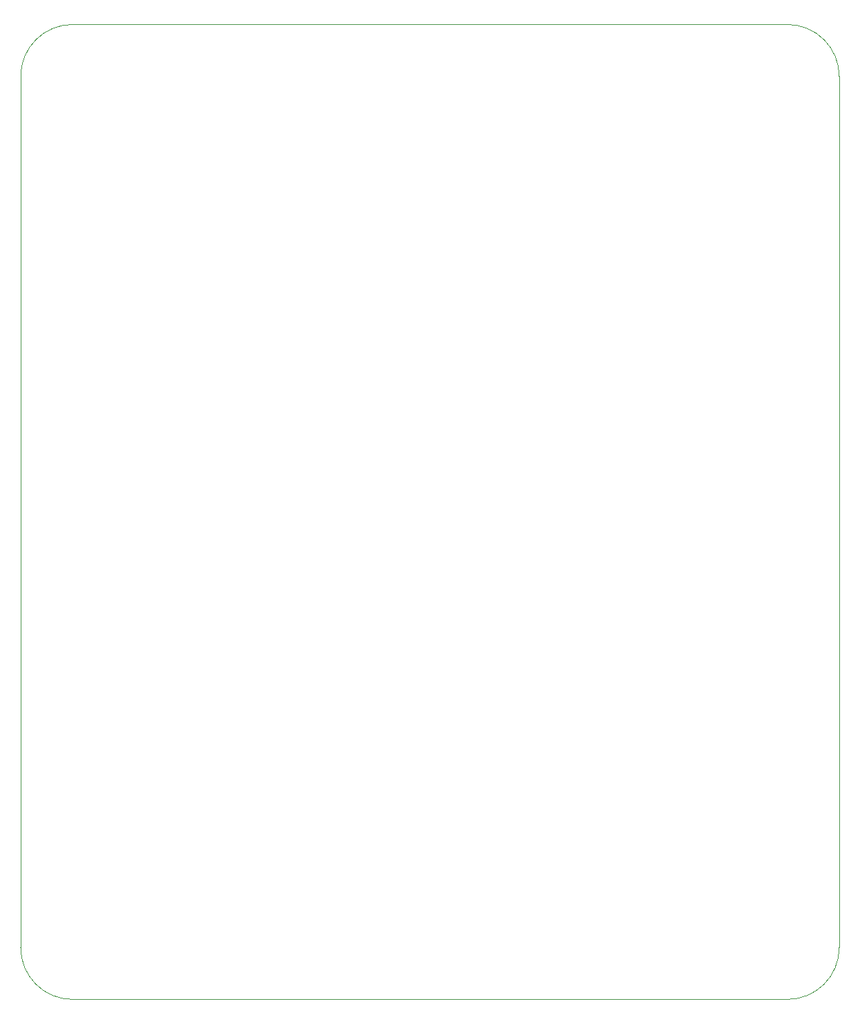
<source format=gbr>
G04 #@! TF.GenerationSoftware,KiCad,Pcbnew,(5.1.5)-3*
G04 #@! TF.CreationDate,2020-07-25T15:17:41-04:00*
G04 #@! TF.ProjectId,bottom-plate,626f7474-6f6d-42d7-906c-6174652e6b69,rev?*
G04 #@! TF.SameCoordinates,Original*
G04 #@! TF.FileFunction,Profile,NP*
%FSLAX46Y46*%
G04 Gerber Fmt 4.6, Leading zero omitted, Abs format (unit mm)*
G04 Created by KiCad (PCBNEW (5.1.5)-3) date 2020-07-25 15:17:41*
%MOMM*%
%LPD*%
G04 APERTURE LIST*
%ADD10C,0.050000*%
G04 APERTURE END LIST*
D10*
X99060000Y-43180000D02*
X99060000Y-149860000D01*
X193040000Y-36830000D02*
X105410000Y-36830000D01*
X199390000Y-149860000D02*
X199390000Y-43180000D01*
X105410000Y-156210000D02*
X193040000Y-156210000D01*
X105410000Y-156210000D02*
G75*
G02X99060000Y-149860000I0J6350000D01*
G01*
X99060000Y-43180000D02*
G75*
G02X105410000Y-36830000I6350000J0D01*
G01*
X193040000Y-36830000D02*
G75*
G02X199390000Y-43180000I0J-6350000D01*
G01*
X199390000Y-149860000D02*
G75*
G02X193040000Y-156210000I-6350000J0D01*
G01*
M02*

</source>
